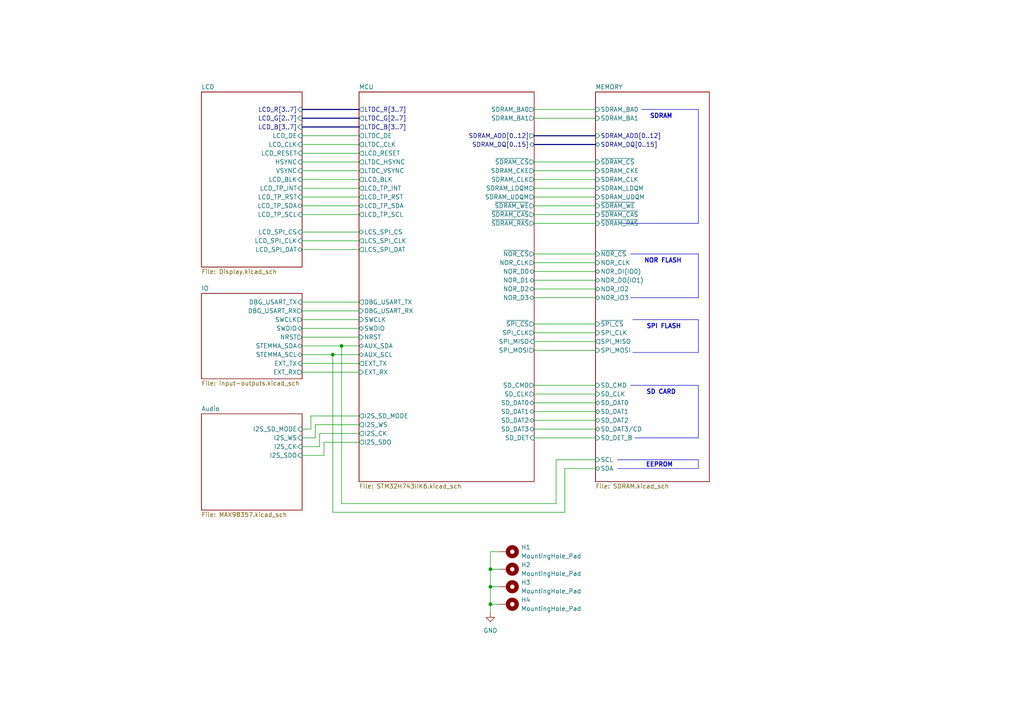
<source format=kicad_sch>
(kicad_sch (version 20231120) (generator "eeschema") (generator_version "8.0")
  (paper "A4")
  (lib_symbols
    (symbol "Mechanical:MountingHole_Pad" (pin_numbers hide) (pin_names (offset 1.016) hide) (exclude_from_sim yes) (in_bom no)
      (property "Reference" "H" (at 0 6.35 0))
      (property "Value" "MountingHole_Pad" (at 0 4.445 0))
      (symbol "MountingHole_Pad_0_1"
        (circle (center 0 1.27) (radius 1.27) (stroke (width 1.27)))
      )
      (symbol "MountingHole_Pad_1_1"
        (pin input line (at 0 -2.54 90) (length 2.54) (name "1") (number "1"))
      )
    )
    (symbol "power:GND" (power) (pin_numbers hide) (pin_names (offset 0) hide)
      (property "Value" "GND" (at 0 -3.81 0))
      (symbol "GND_0_1"
        (polyline (pts (xy 0 0) (xy 0 -1.27) (xy 1.27 -1.27) (xy 0 -2.54) (xy -1.27 -1.27) (xy 0 -1.27)))
      )
      (symbol "GND_1_1"
        (pin power_in line (at 0 0 270) (length 0) (name "~") (number "1"))
      )
    )
  )
  (junction (at 99.06 100.33))
  (junction (at 142.24 175.26))
  (junction (at 142.24 165.1))
  (junction (at 142.24 170.18))
  (junction (at 96.52 102.87))
  (wire (pts (xy 87.63 57.15) (xy 104.14 57.15)))
  (wire (pts (xy 154.94 124.46) (xy 172.72 124.46)))
  (wire (pts (xy 142.24 160.02) (xy 142.24 165.1)))
  (wire (pts (xy 87.63 90.17) (xy 104.14 90.17)))
  (wire (pts (xy 154.94 99.06) (xy 172.72 99.06)))
  (wire (pts (xy 87.63 124.46) (xy 90.17 124.46)))
  (wire (pts (xy 87.63 102.87) (xy 96.52 102.87)))
  (wire (pts (xy 87.63 62.23) (xy 104.14 62.23)))
  (wire (pts (xy 154.94 34.29) (xy 172.72 34.29)))
  (wire (pts (xy 154.94 59.69) (xy 172.72 59.69)))
  (wire (pts (xy 154.94 46.99) (xy 172.72 46.99)))
  (wire (pts (xy 93.98 128.27) (xy 104.14 128.27)))
  (wire (pts (xy 87.63 105.41) (xy 104.14 105.41)))
  (wire (pts (xy 154.94 31.75) (xy 172.72 31.75)))
  (polyline (pts (xy 183.515 92.71) (xy 202.565 92.71)))
  (wire (pts (xy 154.94 57.15) (xy 172.72 57.15)))
  (bus (pts (xy 154.94 39.37) (xy 172.72 39.37)))
  (wire (pts (xy 93.98 132.08) (xy 93.98 128.27)))
  (wire (pts (xy 172.72 135.89) (xy 163.83 135.89)))
  (wire (pts (xy 87.63 41.91) (xy 104.14 41.91)))
  (wire (pts (xy 161.29 146.05) (xy 99.06 146.05)))
  (polyline (pts (xy 182.88 111.76) (xy 202.565 111.76)))
  (polyline (pts (xy 202.565 73.66) (xy 202.565 86.36)))
  (wire (pts (xy 87.63 95.25) (xy 104.14 95.25)))
  (polyline (pts (xy 179.07 133.35) (xy 202.565 133.35)))
  (polyline (pts (xy 182.88 73.66) (xy 202.565 73.66)))
  (wire (pts (xy 154.94 49.53) (xy 172.72 49.53)))
  (wire (pts (xy 87.63 107.95) (xy 104.14 107.95)))
  (wire (pts (xy 142.24 175.26) (xy 144.78 175.26)))
  (wire (pts (xy 87.63 100.33) (xy 99.06 100.33)))
  (wire (pts (xy 87.63 69.85) (xy 104.14 69.85)))
  (polyline (pts (xy 202.565 111.76) (xy 202.565 127)))
  (wire (pts (xy 87.63 49.53) (xy 104.14 49.53)))
  (wire (pts (xy 142.24 170.18) (xy 142.24 175.26)))
  (wire (pts (xy 154.94 78.74) (xy 172.72 78.74)))
  (wire (pts (xy 87.63 67.31) (xy 104.14 67.31)))
  (wire (pts (xy 87.63 46.99) (xy 104.14 46.99)))
  (wire (pts (xy 154.94 93.98) (xy 172.72 93.98)))
  (wire (pts (xy 92.71 125.73) (xy 104.14 125.73)))
  (polyline (pts (xy 182.88 86.36) (xy 202.565 86.36)))
  (wire (pts (xy 144.78 160.02) (xy 142.24 160.02)))
  (wire (pts (xy 161.29 133.35) (xy 161.29 146.05)))
  (wire (pts (xy 91.44 123.19) (xy 104.14 123.19)))
  (wire (pts (xy 154.94 96.52) (xy 172.72 96.52)))
  (wire (pts (xy 87.63 129.54) (xy 92.71 129.54)))
  (polyline (pts (xy 202.565 31.75) (xy 202.565 64.77)))
  (wire (pts (xy 154.94 127) (xy 172.72 127)))
  (wire (pts (xy 163.83 135.89) (xy 163.83 148.59)))
  (wire (pts (xy 87.63 92.71) (xy 104.14 92.71)))
  (polyline (pts (xy 184.15 127) (xy 202.565 127)))
  (wire (pts (xy 90.17 120.65) (xy 104.14 120.65)))
  (wire (pts (xy 99.06 100.33) (xy 104.14 100.33)))
  (bus (pts (xy 87.63 36.83) (xy 104.14 36.83)))
  (wire (pts (xy 154.94 76.2) (xy 172.72 76.2)))
  (wire (pts (xy 154.94 121.92) (xy 172.72 121.92)))
  (wire (pts (xy 87.63 87.63) (xy 104.14 87.63)))
  (polyline (pts (xy 183.515 102.235) (xy 202.565 102.235)))
  (wire (pts (xy 87.63 52.07) (xy 104.14 52.07)))
  (wire (pts (xy 87.63 44.45) (xy 104.14 44.45)))
  (wire (pts (xy 154.94 64.77) (xy 172.72 64.77)))
  (wire (pts (xy 87.63 97.79) (xy 104.14 97.79)))
  (wire (pts (xy 99.06 100.33) (xy 99.06 146.05)))
  (bus (pts (xy 154.94 41.91) (xy 172.72 41.91)))
  (wire (pts (xy 154.94 119.38) (xy 172.72 119.38)))
  (wire (pts (xy 92.71 129.54) (xy 92.71 125.73)))
  (polyline (pts (xy 186.055 31.75) (xy 202.565 31.75)))
  (bus (pts (xy 87.63 31.75) (xy 104.14 31.75)))
  (wire (pts (xy 91.44 127) (xy 91.44 123.19)))
  (wire (pts (xy 87.63 39.37) (xy 104.14 39.37)))
  (wire (pts (xy 96.52 102.87) (xy 104.14 102.87)))
  (wire (pts (xy 96.52 102.87) (xy 96.52 148.59)))
  (polyline (pts (xy 179.07 135.89) (xy 202.565 135.89)))
  (wire (pts (xy 87.63 54.61) (xy 104.14 54.61)))
  (polyline (pts (xy 180.34 64.77) (xy 202.565 64.77)))
  (wire (pts (xy 154.94 62.23) (xy 172.72 62.23)))
  (wire (pts (xy 87.63 59.69) (xy 104.14 59.69)))
  (wire (pts (xy 90.17 124.46) (xy 90.17 120.65)))
  (bus (pts (xy 87.63 34.29) (xy 104.14 34.29)))
  (wire (pts (xy 154.94 81.28) (xy 172.72 81.28)))
  (wire (pts (xy 142.24 165.1) (xy 144.78 165.1)))
  (wire (pts (xy 154.94 114.3) (xy 172.72 114.3)))
  (wire (pts (xy 163.83 148.59) (xy 96.52 148.59)))
  (wire (pts (xy 172.72 133.35) (xy 161.29 133.35)))
  (wire (pts (xy 142.24 170.18) (xy 144.78 170.18)))
  (wire (pts (xy 154.94 86.36) (xy 172.72 86.36)))
  (wire (pts (xy 154.94 54.61) (xy 172.72 54.61)))
  (wire (pts (xy 154.94 116.84) (xy 172.72 116.84)))
  (wire (pts (xy 154.94 101.6) (xy 172.72 101.6)))
  (wire (pts (xy 154.94 52.07) (xy 172.72 52.07)))
  (wire (pts (xy 154.94 111.76) (xy 172.72 111.76)))
  (wire (pts (xy 142.24 165.1) (xy 142.24 170.18)))
  (wire (pts (xy 87.63 127) (xy 91.44 127)))
  (wire (pts (xy 87.63 132.08) (xy 93.98 132.08)))
  (polyline (pts (xy 202.565 133.35) (xy 202.565 135.89)))
  (wire (pts (xy 154.94 83.82) (xy 172.72 83.82)))
  (wire (pts (xy 87.63 72.39) (xy 104.14 72.39)))
  (wire (pts (xy 154.94 73.66) (xy 172.72 73.66)))
  (polyline (pts (xy 202.565 92.71) (xy 202.565 102.235)))
  (wire (pts (xy 142.24 175.26) (xy 142.24 177.8)))
  (text "SD CARD" (at 191.77 113.792 0) (effects (font (size 1.27 1.27) (thickness 0.254) (bold yes))))
  (text "NOR FLASH" (at 192.278 75.692 0) (effects (font (size 1.27 1.27) (thickness 0.254) (bold yes))))
  (text "SPI FLASH" (at 192.532 94.742 0) (effects (font (size 1.27 1.27) (thickness 0.254) (bold yes))))
  (text "SDRAM" (at 191.77 33.782 0) (effects (font (size 1.27 1.27) (thickness 0.254) (bold yes))))
  (text "EEPROM" (at 191.262 134.874 0) (effects (font (size 1.27 1.27) (thickness 0.254) (bold yes))))
  (symbol (lib_id "Mechanical:MountingHole_Pad") (at 147.32 170.18 270) (unit 1) (exclude_from_sim yes) (in_bom no)
    (property "Reference" "H3" (at 151.13 168.9099 90) (effects (justify left)))
    (property "Value" "MountingHole_Pad" (at 151.13 171.4499 90) (effects (justify left)))
    (property "Footprint" "MountingHole:MountingHole_3.2mm_M3_Pad_Via" (effects (hide yes)))
    (property "Description" "Mounting Hole with connection" (effects (hide yes)))
  )
  (symbol (lib_id "power:GND") (at 142.24 177.8 0) (unit 1)
    (property "Reference" "#PWR057" (effects (hide yes)))
    (property "Value" "GND" (at 142.24 182.88 0))
    (property "Description" "Power symbol creates a global label with name \"GND\" , ground" (effects (hide yes)))
  )
  (symbol (lib_id "Mechanical:MountingHole_Pad") (at 147.32 175.26 270) (unit 1) (exclude_from_sim yes) (in_bom no)
    (property "Reference" "H4" (at 151.13 173.9899 90) (effects (justify left)))
    (property "Value" "MountingHole_Pad" (at 151.13 176.5299 90) (effects (justify left)))
    (property "Footprint" "MountingHole:MountingHole_3.2mm_M3_Pad_Via" (effects (hide yes)))
    (property "Description" "Mounting Hole with connection" (effects (hide yes)))
  )
  (symbol (lib_id "Mechanical:MountingHole_Pad") (at 147.32 165.1 270) (unit 1) (exclude_from_sim yes) (in_bom no)
    (property "Reference" "H2" (at 151.13 163.8299 90) (effects (justify left)))
    (property "Value" "MountingHole_Pad" (at 151.13 166.3699 90) (effects (justify left)))
    (property "Footprint" "MountingHole:MountingHole_3.2mm_M3_Pad_Via" (effects (hide yes)))
    (property "Description" "Mounting Hole with connection" (effects (hide yes)))
  )
  (symbol (lib_id "Mechanical:MountingHole_Pad") (at 147.32 160.02 270) (unit 1) (exclude_from_sim yes) (in_bom no)
    (property "Reference" "H1" (at 151.13 158.7499 90) (effects (justify left)))
    (property "Value" "MountingHole_Pad" (at 151.13 161.2899 90) (effects (justify left)))
    (property "Footprint" "MountingHole:MountingHole_3.2mm_M3_Pad_Via" (effects (hide yes)))
    (property "Description" "Mounting Hole with connection" (effects (hide yes)))
  )
  (sheet (at 104.14 26.67) (size 50.8 113.03) (stroke (width 0.1524))
    (property "Sheetname" "MCU" (at 104.14 25.9584 0) (effects (justify left bottom)))
    (property "Sheetfile" "STM32H743IIK6.kicad_sch" (at 104.14 140.2846 0) (effects (justify left top)))
    (pin "~{SDRAM_RAS}" output (at 154.94 64.77 0))
    (pin "SDRAM_CLK" output (at 154.94 52.07 0))
    (pin "SDRAM_UDQM" output (at 154.94 57.15 0))
    (pin "SDRAM_CKE" output (at 154.94 49.53 0))
    (pin "SDRAM_LDQM" output (at 154.94 54.61 0))
    (pin "~{SDRAM_WE}" output (at 154.94 59.69 0))
    (pin "~{SDRAM_CS}" output (at 154.94 46.99 0))
    (pin "~{SDRAM_CAS}" output (at 154.94 62.23 0))
    (pin "SDRAM_DQ[0..15]" bidirectional (at 154.94 41.91 0))
    (pin "SDRAM_BA0" output (at 154.94 31.75 0))
    (pin "SDRAM_BA1" output (at 154.94 34.29 0))
    (pin "SD_CMD" output (at 154.94 111.76 0))
    (pin "SD_DET" input (at 154.94 127 0))
    (pin "SD_DAT0" bidirectional (at 154.94 116.84 0))
    (pin "SD_DAT1" bidirectional (at 154.94 119.38 0))
    (pin "SD_DAT2" bidirectional (at 154.94 121.92 0))
    (pin "SD_DAT3" bidirectional (at 154.94 124.46 0))
    (pin "SD_CLK" output (at 154.94 114.3 0))
    (pin "LTDC_B[3..7]" output (at 104.14 36.83 180))
    (pin "LTDC_HSYNC" output (at 104.14 46.99 180))
    (pin "LTDC_VSYNC" output (at 104.14 49.53 180))
    (pin "LTDC_DE" output (at 104.14 39.37 180))
    (pin "LTDC_CLK" output (at 104.14 41.91 180))
    (pin "LCD_RESET" output (at 104.14 44.45 180))
    (pin "LCD_TP_SDA" bidirectional (at 104.14 59.69 180))
    (pin "LCD_TP_RST" output (at 104.14 57.15 180))
    (pin "LCD_TP_INT" output (at 104.14 54.61 180))
    (pin "LCD_TP_SCL" output (at 104.14 62.23 180))
    (pin "LTDC_R[3..7]" output (at 104.14 31.75 180))
    (pin "LTDC_G[2..7]" output (at 104.14 34.29 180))
    (pin "LCS_SPI_DAT" output (at 104.14 72.39 180))
    (pin "LCS_SPI_CLK" output (at 104.14 69.85 180))
    (pin "LCS_SPI_CS" bidirectional (at 104.14 67.31 180))
    (pin "NOR_CLK" output (at 154.94 76.2 0))
    (pin "NOR_D0" bidirectional (at 154.94 78.74 0))
    (pin "NOR_D1" bidirectional (at 154.94 81.28 0))
    (pin "NOR_D2" bidirectional (at 154.94 83.82 0))
    (pin "NOR_D3" bidirectional (at 154.94 86.36 0))
    (pin "~{NOR_CS}" output (at 154.94 73.66 0))
    (pin "I2S_CK" output (at 104.14 125.73 180))
    (pin "I2S_SD_MODE" output (at 104.14 120.65 180))
    (pin "I2S_WS" output (at 104.14 123.19 180))
    (pin "I2S_SDO" output (at 104.14 128.27 180))
    (pin "LCD_BLK" output (at 104.14 52.07 180))
    (pin "AUX_SDA" bidirectional (at 104.14 100.33 180))
    (pin "AUX_SCL" bidirectional (at 104.14 102.87 180))
    (pin "~{SPI_CS}" output (at 154.94 93.98 0))
    (pin "SPI_MISO" input (at 154.94 99.06 0))
    (pin "SPI_CLK" output (at 154.94 96.52 0))
    (pin "SPI_MOSI" output (at 154.94 101.6 0))
    (pin "SWCLK" input (at 104.14 92.71 180))
    (pin "SWDIO" bidirectional (at 104.14 95.25 180))
    (pin "NRST" input (at 104.14 97.79 180))
    (pin "SDRAM_ADD[0..12]" output (at 154.94 39.37 0))
    (pin "DBG_USART_TX" output (at 104.14 87.63 180))
    (pin "DBG_USART_RX" input (at 104.14 90.17 180))
    (pin "EXT_TX" output (at 104.14 105.41 180))
    (pin "EXT_RX" input (at 104.14 107.95 180))
  )
  (sheet (at 58.42 120.015) (size 29.21 27.94) (stroke (width 0.1524))
    (property "Sheetname" "Audio" (at 58.42 119.3034 0) (effects (justify left bottom)))
    (property "Sheetfile" "MAX98357.kicad_sch" (at 58.42 148.5396 0) (effects (justify left top)))
    (pin "I2S_SD_MODE" input (at 87.63 124.46 0))
    (pin "I2S_WS" input (at 87.63 127 0))
    (pin "I2S_SDO" input (at 87.63 132.08 0))
    (pin "I2S_CK" input (at 87.63 129.54 0))
  )
  (sheet (at 58.42 26.67) (size 29.21 50.8) (stroke (width 0.1524))
    (property "Sheetname" "LCD" (at 58.42 25.9584 0) (effects (justify left bottom)))
    (property "Sheetfile" "Display.kicad_sch" (at 58.42 78.0546 0) (effects (justify left top)))
    (pin "LCD_DE" input (at 87.63 39.37 0))
    (pin "LCD_CLK" input (at 87.63 41.91 0))
    (pin "HSYNC" input (at 87.63 46.99 0))
    (pin "VSYNC" input (at 87.63 49.53 0))
    (pin "LCD_RESET" input (at 87.63 44.45 0))
    (pin "LCD_R[3..7]" input (at 87.63 31.75 0))
    (pin "LCD_G[2..7]" input (at 87.63 34.29 0))
    (pin "LCD_B[3..7]" input (at 87.63 36.83 0))
    (pin "LCD_TP_RST" input (at 87.63 57.15 0))
    (pin "LCD_TP_INT" input (at 87.63 54.61 0))
    (pin "LCD_SPI_DAT" bidirectional (at 87.63 72.39 0))
    (pin "LCD_SPI_CLK" input (at 87.63 69.85 0))
    (pin "LCD_SPI_CS" input (at 87.63 67.31 0))
    (pin "LCD_TP_SDA" bidirectional (at 87.63 59.69 0))
    (pin "LCD_TP_SCL" input (at 87.63 62.23 0))
    (pin "LCD_BLK" input (at 87.63 52.07 0))
  )
  (sheet (at 172.72 26.67) (size 33.02 113.03) (stroke (width 0.1524))
    (property "Sheetname" "MEMORY" (at 172.72 25.9584 0) (effects (justify left bottom)))
    (property "Sheetfile" "SDRAM.kicad_sch" (at 172.72 140.2846 0) (effects (justify left top)))
    (pin "SCL" input (at 172.72 133.35 180))
    (pin "SDA" bidirectional (at 172.72 135.89 180))
    (pin "NOR_CLK" input (at 172.72 76.2 180))
    (pin "NOR_IO2" bidirectional (at 172.72 83.82 180))
    (pin "NOR_DO(IO1)" bidirectional (at 172.72 81.28 180))
    (pin "NOR_DI(IO0)" bidirectional (at 172.72 78.74 180))
    (pin "NOR_IO3" bidirectional (at 172.72 86.36 180))
    (pin "~{NOR_CS}" input (at 172.72 73.66 180))
    (pin "SD_DAT3{slash}CD" bidirectional (at 172.72 124.46 180))
    (pin "SD_CMD" input (at 172.72 111.76 180))
    (pin "SD_DAT1" bidirectional (at 172.72 119.38 180))
    (pin "SD_CLK" input (at 172.72 114.3 180))
    (pin "SD_DAT0" bidirectional (at 172.72 116.84 180))
    (pin "SD_DAT2" bidirectional (at 172.72 121.92 180))
    (pin "SD_DET_B" input (at 172.72 127 180))
    (pin "SDRAM_BA0" input (at 172.72 31.75 180))
    (pin "SDRAM_BA1" input (at 172.72 34.29 180))
    (pin "SDRAM_DQ[0..15]" bidirectional (at 172.72 41.91 180))
    (pin "SDRAM_CKE" input (at 172.72 49.53 180))
    (pin "~{SDRAM_CS}" input (at 172.72 46.99 180))
    (pin "~{SDRAM_RAS}" input (at 172.72 64.77 180))
    (pin "~{SDRAM_CAS}" input (at 172.72 62.23 180))
    (pin "SDRAM_CLK" input (at 172.72 52.07 180))
    (pin "SDRAM_LDQM" input (at 172.72 54.61 180))
    (pin "~{SDRAM_WE}" input (at 172.72 59.69 180))
    (pin "SDRAM_UDQM" input (at 172.72 57.15 180))
    (pin "SPI_CLK" input (at 172.72 96.52 180))
    (pin "~{SPI_CS}" input (at 172.72 93.98 180))
    (pin "SPI_MOSI" input (at 172.72 101.6 180))
    (pin "SPI_MISO" output (at 172.72 99.06 180))
    (pin "SDRAM_ADD[0..12]" input (at 172.72 39.37 180))
  )
  (sheet (at 58.42 85.09) (size 29.21 24.765) (stroke (width 0.1524))
    (property "Sheetname" "IO" (at 58.42 84.3784 0) (effects (justify left bottom)))
    (property "Sheetfile" "input-outputs.kicad_sch" (at 58.42 110.4396 0) (effects (justify left top)))
    (pin "STEMMA_SCL" bidirectional (at 87.63 102.87 0))
    (pin "STEMMA_SDA" bidirectional (at 87.63 100.33 0))
    (pin "SWDIO" bidirectional (at 87.63 95.25 0))
    (pin "SWCLK" output (at 87.63 92.71 0))
    (pin "NRST" output (at 87.63 97.79 0))
    (pin "DBG_USART_RX" output (at 87.63 90.17 0))
    (pin "DBG_USART_TX" input (at 87.63 87.63 0))
    (pin "EXT_RX" output (at 87.63 107.95 0))
    (pin "EXT_TX" input (at 87.63 105.41 0))
  )
)
</source>
